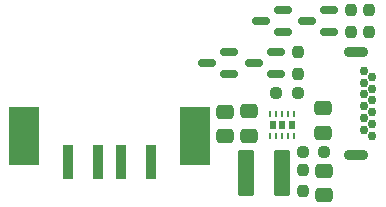
<source format=gbp>
G04 #@! TF.GenerationSoftware,KiCad,Pcbnew,6.0.11-2627ca5db0~126~ubuntu22.04.1*
G04 #@! TF.CreationDate,2023-02-09T23:48:25+01:00*
G04 #@! TF.ProjectId,PDLeech,50444c65-6563-4682-9e6b-696361645f70,rev?*
G04 #@! TF.SameCoordinates,Original*
G04 #@! TF.FileFunction,Paste,Bot*
G04 #@! TF.FilePolarity,Positive*
%FSLAX46Y46*%
G04 Gerber Fmt 4.6, Leading zero omitted, Abs format (unit mm)*
G04 Created by KiCad (PCBNEW 6.0.11-2627ca5db0~126~ubuntu22.04.1) date 2023-02-09 23:48:25*
%MOMM*%
%LPD*%
G01*
G04 APERTURE LIST*
G04 Aperture macros list*
%AMRoundRect*
0 Rectangle with rounded corners*
0 $1 Rounding radius*
0 $2 $3 $4 $5 $6 $7 $8 $9 X,Y pos of 4 corners*
0 Add a 4 corners polygon primitive as box body*
4,1,4,$2,$3,$4,$5,$6,$7,$8,$9,$2,$3,0*
0 Add four circle primitives for the rounded corners*
1,1,$1+$1,$2,$3*
1,1,$1+$1,$4,$5*
1,1,$1+$1,$6,$7*
1,1,$1+$1,$8,$9*
0 Add four rect primitives between the rounded corners*
20,1,$1+$1,$2,$3,$4,$5,0*
20,1,$1+$1,$4,$5,$6,$7,0*
20,1,$1+$1,$6,$7,$8,$9,0*
20,1,$1+$1,$8,$9,$2,$3,0*%
G04 Aperture macros list end*
%ADD10C,0.750000*%
%ADD11O,2.100000X0.900000*%
%ADD12RoundRect,0.250000X0.475000X-0.337500X0.475000X0.337500X-0.475000X0.337500X-0.475000X-0.337500X0*%
%ADD13RoundRect,0.237500X-0.237500X0.250000X-0.237500X-0.250000X0.237500X-0.250000X0.237500X0.250000X0*%
%ADD14RoundRect,0.237500X-0.250000X-0.237500X0.250000X-0.237500X0.250000X0.237500X-0.250000X0.237500X0*%
%ADD15RoundRect,0.054000X-0.396000X-1.346000X0.396000X-1.346000X0.396000X1.346000X-0.396000X1.346000X0*%
%ADD16R,2.500000X5.000000*%
%ADD17RoundRect,0.237500X0.250000X0.237500X-0.250000X0.237500X-0.250000X-0.237500X0.250000X-0.237500X0*%
%ADD18RoundRect,0.237500X0.237500X-0.250000X0.237500X0.250000X-0.237500X0.250000X-0.237500X-0.250000X0*%
%ADD19RoundRect,0.250000X-0.475000X0.337500X-0.475000X-0.337500X0.475000X-0.337500X0.475000X0.337500X0*%
%ADD20RoundRect,0.140000X0.560000X1.810000X-0.560000X1.810000X-0.560000X-1.810000X0.560000X-1.810000X0*%
%ADD21RoundRect,0.150000X0.587500X0.150000X-0.587500X0.150000X-0.587500X-0.150000X0.587500X-0.150000X0*%
%ADD22R,0.610000X0.650000*%
%ADD23R,0.250000X0.500000*%
G04 APERTURE END LIST*
D10*
X164235500Y-69422500D03*
X163515500Y-68922500D03*
X164235500Y-68422500D03*
X163515500Y-67922500D03*
X164235500Y-67422500D03*
X163515500Y-66922500D03*
X164235500Y-66422500D03*
X163515500Y-65922500D03*
X164235500Y-65422500D03*
X163515500Y-64922500D03*
X164235500Y-64422500D03*
X163515500Y-63922500D03*
D11*
X162885500Y-71022500D03*
X162885500Y-62322500D03*
D12*
X160147000Y-74443500D03*
X160147000Y-72368500D03*
D13*
X163957000Y-58777500D03*
X163957000Y-60602500D03*
D14*
X158345500Y-70776500D03*
X160170500Y-70776500D03*
D15*
X138486000Y-71655000D03*
X140986000Y-71655000D03*
X142986000Y-71655000D03*
X145486000Y-71655000D03*
D16*
X149236000Y-69405000D03*
X134736000Y-69405000D03*
D12*
X153797000Y-69429048D03*
X153797000Y-67354048D03*
D17*
X157933000Y-65786000D03*
X156108000Y-65786000D03*
D18*
X158369000Y-74130048D03*
X158369000Y-72305048D03*
D19*
X160020000Y-67072000D03*
X160020000Y-69147000D03*
D20*
X156567000Y-72582548D03*
X153567000Y-72582548D03*
D21*
X156053000Y-62296000D03*
X156053000Y-64196000D03*
X154178000Y-63246000D03*
D18*
X162433000Y-60626000D03*
X162433000Y-58801000D03*
D12*
X151765000Y-69450548D03*
X151765000Y-67375548D03*
D21*
X152116000Y-62296000D03*
X152116000Y-64196000D03*
X150241000Y-63246000D03*
D18*
X157909500Y-64158500D03*
X157909500Y-62333500D03*
D22*
X157391000Y-68518548D03*
X156591000Y-68518548D03*
X155791000Y-68518548D03*
D23*
X155591000Y-67568548D03*
X156091000Y-67568548D03*
X156591000Y-67568548D03*
X157091000Y-67568548D03*
X157591000Y-67568548D03*
X157591000Y-69468548D03*
X157091000Y-69468548D03*
X156591000Y-69468548D03*
X156091000Y-69468548D03*
X155591000Y-69468548D03*
D21*
X156639500Y-58740000D03*
X156639500Y-60640000D03*
X154764500Y-59690000D03*
X160576500Y-58740000D03*
X160576500Y-60640000D03*
X158701500Y-59690000D03*
M02*

</source>
